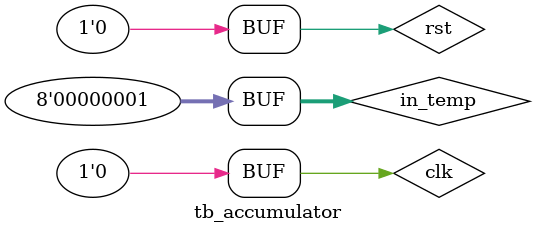
<source format=v>
`timescale 1 ns / 100 ps

module tb_accumulator();

	reg clk, rst;
	reg [7:0] in_temp;
	wire [7:0] accum_temp;
	wire [7:0] led_temp;
	wire [7:0] hex_temp;
	wire cout_temp;
	wire ovf_temp;
	integer i;
	
	accumulate accum(.clock(clk), .reset(rst), .in(in_temp), .out(accum_temp), .led_out(led_temp), .c_out(cout_temp), .overflow(ovf_temp), .HEX_out(hex_temp));
	
	initial begin
    // test set 1 adding in 00001111 (15) for 10 times
    rst = 1;
    in_temp = 8'b00001111;
    repeat(10) begin
        #5 clk = 1;
        #5 clk = 0;
    end
    #5 rst = 0;
    #5 rst = 1;

    // test set 2: this triggers carry out and overflow
    in_temp = 8'b01111111;
    repeat(2) begin
        #5 clk = 1;
        #5 clk = 0;
    end
    // LEDR should be 1111 1110
    in_temp = 8'b00000000;
    #5 clk = 1;
    #5 clk = 0;
    // LEDR9 (overflow) turns on
    in_temp = 8'b00000001;
    #5 clk = 1;
    #5 clk = 0;
    // LEDR9 (overflow) turns off
    repeat(4) begin
        #5 clk = 1;
        #5 clk = 0;
    end
    // LEDR8 (carry out) turns on
    #5 clk = 1;
    #5 clk = 0;
    // LEDR 8 (carry out) turns off

    #5 rst = 0;
    #5 rst = 1;

    // test set 3: This test is a negative + negative = positive
    // this triggers carry out and overflow at same time
    in_temp = 8'b10000000; // -128
    #5 clk = 1;
    #5 clk = 0;
    in_temp = 8'b11111111; // -1
    #5 clk = 1;
    #5 clk = 0;
    // LEDR8 (carry out) and LEDR9 (overflow) both turn on
    // output is c_out = 1 and 0111 1111 (127)
    #5 clk = 1;
    #5 clk = 0;

    #5 rst = 0;
    #5 rst = 1;
    // test set 4: This test is a positive + positive = negative
    // this triggers overflow
    in_temp = 8'b01111111; // 127
    #5 clk = 1;
    #5 clk = 0;
    in_temp = 8'b00000001; // 1
    #5 clk = 1;
    #5 clk = 0;
    // LEDR9 (overflow) turns on 
    // output is c_out = 0 and 1000 0000 (-128)
    #5 clk = 1;
    #5 clk = 0;

    #5 rst = 0;
end
	
	
	
	
endmodule



</source>
